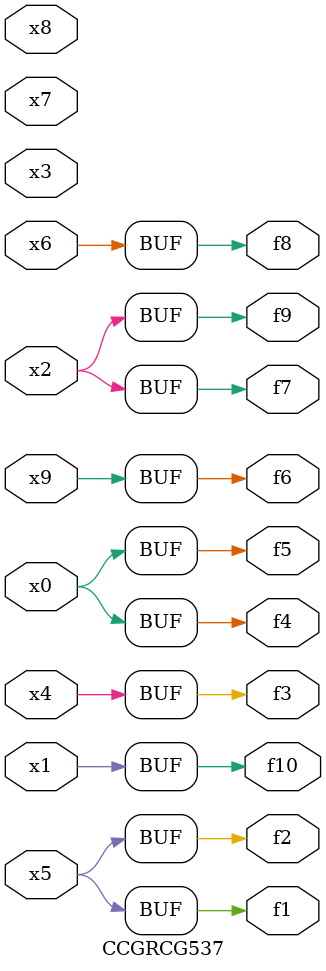
<source format=v>
module CCGRCG537(
	input x0, x1, x2, x3, x4, x5, x6, x7, x8, x9,
	output f1, f2, f3, f4, f5, f6, f7, f8, f9, f10
);
	assign f1 = x5;
	assign f2 = x5;
	assign f3 = x4;
	assign f4 = x0;
	assign f5 = x0;
	assign f6 = x9;
	assign f7 = x2;
	assign f8 = x6;
	assign f9 = x2;
	assign f10 = x1;
endmodule

</source>
